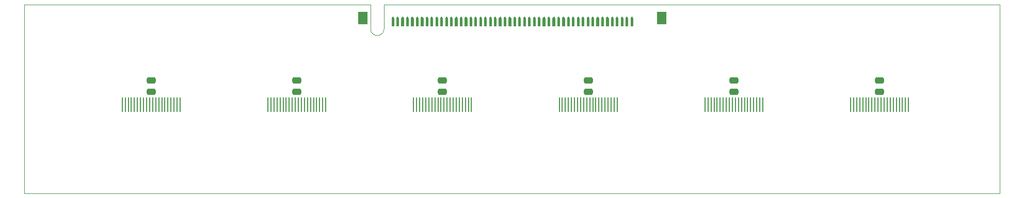
<source format=gbr>
%TF.GenerationSoftware,KiCad,Pcbnew,(7.0.0)*%
%TF.CreationDate,2023-07-13T12:17:45+02:00*%
%TF.ProjectId,RD53B_Quad_6DP_to_ERF8_Data_Adapter,52443533-425f-4517-9561-645f3644505f,V1*%
%TF.SameCoordinates,PX1767f18PY451e560*%
%TF.FileFunction,Paste,Top*%
%TF.FilePolarity,Positive*%
%FSLAX46Y46*%
G04 Gerber Fmt 4.6, Leading zero omitted, Abs format (unit mm)*
G04 Created by KiCad (PCBNEW (7.0.0)) date 2023-07-13 12:17:45*
%MOMM*%
%LPD*%
G01*
G04 APERTURE LIST*
G04 Aperture macros list*
%AMRoundRect*
0 Rectangle with rounded corners*
0 $1 Rounding radius*
0 $2 $3 $4 $5 $6 $7 $8 $9 X,Y pos of 4 corners*
0 Add a 4 corners polygon primitive as box body*
4,1,4,$2,$3,$4,$5,$6,$7,$8,$9,$2,$3,0*
0 Add four circle primitives for the rounded corners*
1,1,$1+$1,$2,$3*
1,1,$1+$1,$4,$5*
1,1,$1+$1,$6,$7*
1,1,$1+$1,$8,$9*
0 Add four rect primitives between the rounded corners*
20,1,$1+$1,$2,$3,$4,$5,0*
20,1,$1+$1,$4,$5,$6,$7,0*
20,1,$1+$1,$6,$7,$8,$9,0*
20,1,$1+$1,$8,$9,$2,$3,0*%
G04 Aperture macros list end*
%ADD10C,0.010000*%
%ADD11RoundRect,0.250000X0.475000X-0.250000X0.475000X0.250000X-0.475000X0.250000X-0.475000X-0.250000X0*%
%ADD12R,0.280000X2.400000*%
%ADD13R,1.500000X2.000000*%
%TA.AperFunction,Profile*%
%ADD14C,0.010000*%
%TD*%
G04 APERTURE END LIST*
%TO.C,J7*%
G36*
X60578000Y28775000D02*
G01*
X60578000Y27505000D01*
X60218000Y27505000D01*
X60218000Y28775000D01*
X60398000Y29035000D01*
X60578000Y28775000D01*
G37*
D10*
X60578000Y28775000D02*
X60578000Y27505000D01*
X60218000Y27505000D01*
X60218000Y28775000D01*
X60398000Y29035000D01*
X60578000Y28775000D01*
G36*
X61378000Y28775000D02*
G01*
X61378000Y27505000D01*
X61018000Y27505000D01*
X61018000Y28775000D01*
X61198000Y29035000D01*
X61378000Y28775000D01*
G37*
X61378000Y28775000D02*
X61378000Y27505000D01*
X61018000Y27505000D01*
X61018000Y28775000D01*
X61198000Y29035000D01*
X61378000Y28775000D01*
G36*
X62178000Y28775000D02*
G01*
X62178000Y27505000D01*
X61818000Y27505000D01*
X61818000Y28775000D01*
X61998000Y29035000D01*
X62178000Y28775000D01*
G37*
X62178000Y28775000D02*
X62178000Y27505000D01*
X61818000Y27505000D01*
X61818000Y28775000D01*
X61998000Y29035000D01*
X62178000Y28775000D01*
G36*
X62978000Y28775000D02*
G01*
X62978000Y27505000D01*
X62618000Y27505000D01*
X62618000Y28775000D01*
X62798000Y29035000D01*
X62978000Y28775000D01*
G37*
X62978000Y28775000D02*
X62978000Y27505000D01*
X62618000Y27505000D01*
X62618000Y28775000D01*
X62798000Y29035000D01*
X62978000Y28775000D01*
G36*
X63778000Y28775000D02*
G01*
X63778000Y27505000D01*
X63418000Y27505000D01*
X63418000Y28775000D01*
X63598000Y29035000D01*
X63778000Y28775000D01*
G37*
X63778000Y28775000D02*
X63778000Y27505000D01*
X63418000Y27505000D01*
X63418000Y28775000D01*
X63598000Y29035000D01*
X63778000Y28775000D01*
G36*
X64578000Y28775000D02*
G01*
X64578000Y27505000D01*
X64218000Y27505000D01*
X64218000Y28775000D01*
X64398000Y29035000D01*
X64578000Y28775000D01*
G37*
X64578000Y28775000D02*
X64578000Y27505000D01*
X64218000Y27505000D01*
X64218000Y28775000D01*
X64398000Y29035000D01*
X64578000Y28775000D01*
G36*
X65378000Y28775000D02*
G01*
X65378000Y27505000D01*
X65018000Y27505000D01*
X65018000Y28775000D01*
X65198000Y29035000D01*
X65378000Y28775000D01*
G37*
X65378000Y28775000D02*
X65378000Y27505000D01*
X65018000Y27505000D01*
X65018000Y28775000D01*
X65198000Y29035000D01*
X65378000Y28775000D01*
G36*
X66178000Y28775000D02*
G01*
X66178000Y27505000D01*
X65818000Y27505000D01*
X65818000Y28775000D01*
X65998000Y29035000D01*
X66178000Y28775000D01*
G37*
X66178000Y28775000D02*
X66178000Y27505000D01*
X65818000Y27505000D01*
X65818000Y28775000D01*
X65998000Y29035000D01*
X66178000Y28775000D01*
G36*
X66978000Y28775000D02*
G01*
X66978000Y27505000D01*
X66618000Y27505000D01*
X66618000Y28775000D01*
X66798000Y29035000D01*
X66978000Y28775000D01*
G37*
X66978000Y28775000D02*
X66978000Y27505000D01*
X66618000Y27505000D01*
X66618000Y28775000D01*
X66798000Y29035000D01*
X66978000Y28775000D01*
G36*
X67778000Y28775000D02*
G01*
X67778000Y27505000D01*
X67418000Y27505000D01*
X67418000Y28775000D01*
X67598000Y29035000D01*
X67778000Y28775000D01*
G37*
X67778000Y28775000D02*
X67778000Y27505000D01*
X67418000Y27505000D01*
X67418000Y28775000D01*
X67598000Y29035000D01*
X67778000Y28775000D01*
G36*
X68578000Y28775000D02*
G01*
X68578000Y27505000D01*
X68218000Y27505000D01*
X68218000Y28775000D01*
X68398000Y29035000D01*
X68578000Y28775000D01*
G37*
X68578000Y28775000D02*
X68578000Y27505000D01*
X68218000Y27505000D01*
X68218000Y28775000D01*
X68398000Y29035000D01*
X68578000Y28775000D01*
G36*
X69378000Y28775000D02*
G01*
X69378000Y27505000D01*
X69018000Y27505000D01*
X69018000Y28775000D01*
X69198000Y29035000D01*
X69378000Y28775000D01*
G37*
X69378000Y28775000D02*
X69378000Y27505000D01*
X69018000Y27505000D01*
X69018000Y28775000D01*
X69198000Y29035000D01*
X69378000Y28775000D01*
G36*
X70178000Y28775000D02*
G01*
X70178000Y27505000D01*
X69818000Y27505000D01*
X69818000Y28775000D01*
X69998000Y29035000D01*
X70178000Y28775000D01*
G37*
X70178000Y28775000D02*
X70178000Y27505000D01*
X69818000Y27505000D01*
X69818000Y28775000D01*
X69998000Y29035000D01*
X70178000Y28775000D01*
G36*
X70978000Y28775000D02*
G01*
X70978000Y27505000D01*
X70618000Y27505000D01*
X70618000Y28775000D01*
X70798000Y29035000D01*
X70978000Y28775000D01*
G37*
X70978000Y28775000D02*
X70978000Y27505000D01*
X70618000Y27505000D01*
X70618000Y28775000D01*
X70798000Y29035000D01*
X70978000Y28775000D01*
G36*
X71778000Y28775000D02*
G01*
X71778000Y27505000D01*
X71418000Y27505000D01*
X71418000Y28775000D01*
X71598000Y29035000D01*
X71778000Y28775000D01*
G37*
X71778000Y28775000D02*
X71778000Y27505000D01*
X71418000Y27505000D01*
X71418000Y28775000D01*
X71598000Y29035000D01*
X71778000Y28775000D01*
G36*
X72578000Y28775000D02*
G01*
X72578000Y27505000D01*
X72218000Y27505000D01*
X72218000Y28775000D01*
X72398000Y29035000D01*
X72578000Y28775000D01*
G37*
X72578000Y28775000D02*
X72578000Y27505000D01*
X72218000Y27505000D01*
X72218000Y28775000D01*
X72398000Y29035000D01*
X72578000Y28775000D01*
G36*
X73378000Y28775000D02*
G01*
X73378000Y27505000D01*
X73018000Y27505000D01*
X73018000Y28775000D01*
X73198000Y29035000D01*
X73378000Y28775000D01*
G37*
X73378000Y28775000D02*
X73378000Y27505000D01*
X73018000Y27505000D01*
X73018000Y28775000D01*
X73198000Y29035000D01*
X73378000Y28775000D01*
G36*
X74178000Y28775000D02*
G01*
X74178000Y27505000D01*
X73818000Y27505000D01*
X73818000Y28775000D01*
X73998000Y29035000D01*
X74178000Y28775000D01*
G37*
X74178000Y28775000D02*
X74178000Y27505000D01*
X73818000Y27505000D01*
X73818000Y28775000D01*
X73998000Y29035000D01*
X74178000Y28775000D01*
G36*
X74978000Y28775000D02*
G01*
X74978000Y27505000D01*
X74618000Y27505000D01*
X74618000Y28775000D01*
X74798000Y29035000D01*
X74978000Y28775000D01*
G37*
X74978000Y28775000D02*
X74978000Y27505000D01*
X74618000Y27505000D01*
X74618000Y28775000D01*
X74798000Y29035000D01*
X74978000Y28775000D01*
G36*
X75778000Y28775000D02*
G01*
X75778000Y27505000D01*
X75418000Y27505000D01*
X75418000Y28775000D01*
X75598000Y29035000D01*
X75778000Y28775000D01*
G37*
X75778000Y28775000D02*
X75778000Y27505000D01*
X75418000Y27505000D01*
X75418000Y28775000D01*
X75598000Y29035000D01*
X75778000Y28775000D01*
G36*
X76578000Y28775000D02*
G01*
X76578000Y27505000D01*
X76218000Y27505000D01*
X76218000Y28775000D01*
X76398000Y29035000D01*
X76578000Y28775000D01*
G37*
X76578000Y28775000D02*
X76578000Y27505000D01*
X76218000Y27505000D01*
X76218000Y28775000D01*
X76398000Y29035000D01*
X76578000Y28775000D01*
G36*
X77378000Y28775000D02*
G01*
X77378000Y27505000D01*
X77018000Y27505000D01*
X77018000Y28775000D01*
X77198000Y29035000D01*
X77378000Y28775000D01*
G37*
X77378000Y28775000D02*
X77378000Y27505000D01*
X77018000Y27505000D01*
X77018000Y28775000D01*
X77198000Y29035000D01*
X77378000Y28775000D01*
G36*
X78178000Y28775000D02*
G01*
X78178000Y27505000D01*
X77818000Y27505000D01*
X77818000Y28775000D01*
X77998000Y29035000D01*
X78178000Y28775000D01*
G37*
X78178000Y28775000D02*
X78178000Y27505000D01*
X77818000Y27505000D01*
X77818000Y28775000D01*
X77998000Y29035000D01*
X78178000Y28775000D01*
G36*
X78978000Y28775000D02*
G01*
X78978000Y27505000D01*
X78618000Y27505000D01*
X78618000Y28775000D01*
X78798000Y29035000D01*
X78978000Y28775000D01*
G37*
X78978000Y28775000D02*
X78978000Y27505000D01*
X78618000Y27505000D01*
X78618000Y28775000D01*
X78798000Y29035000D01*
X78978000Y28775000D01*
G36*
X79778000Y28775000D02*
G01*
X79778000Y27505000D01*
X79418000Y27505000D01*
X79418000Y28775000D01*
X79598000Y29035000D01*
X79778000Y28775000D01*
G37*
X79778000Y28775000D02*
X79778000Y27505000D01*
X79418000Y27505000D01*
X79418000Y28775000D01*
X79598000Y29035000D01*
X79778000Y28775000D01*
G36*
X80578000Y28775000D02*
G01*
X80578000Y27505000D01*
X80218000Y27505000D01*
X80218000Y28775000D01*
X80398000Y29035000D01*
X80578000Y28775000D01*
G37*
X80578000Y28775000D02*
X80578000Y27505000D01*
X80218000Y27505000D01*
X80218000Y28775000D01*
X80398000Y29035000D01*
X80578000Y28775000D01*
G36*
X81378000Y28775000D02*
G01*
X81378000Y27505000D01*
X81018000Y27505000D01*
X81018000Y28775000D01*
X81198000Y29035000D01*
X81378000Y28775000D01*
G37*
X81378000Y28775000D02*
X81378000Y27505000D01*
X81018000Y27505000D01*
X81018000Y28775000D01*
X81198000Y29035000D01*
X81378000Y28775000D01*
G36*
X82178000Y28775000D02*
G01*
X82178000Y27505000D01*
X81818000Y27505000D01*
X81818000Y28775000D01*
X81998000Y29035000D01*
X82178000Y28775000D01*
G37*
X82178000Y28775000D02*
X82178000Y27505000D01*
X81818000Y27505000D01*
X81818000Y28775000D01*
X81998000Y29035000D01*
X82178000Y28775000D01*
G36*
X82978000Y28775000D02*
G01*
X82978000Y27505000D01*
X82618000Y27505000D01*
X82618000Y28775000D01*
X82798000Y29035000D01*
X82978000Y28775000D01*
G37*
X82978000Y28775000D02*
X82978000Y27505000D01*
X82618000Y27505000D01*
X82618000Y28775000D01*
X82798000Y29035000D01*
X82978000Y28775000D01*
G36*
X83778000Y28775000D02*
G01*
X83778000Y27505000D01*
X83418000Y27505000D01*
X83418000Y28775000D01*
X83598000Y29035000D01*
X83778000Y28775000D01*
G37*
X83778000Y28775000D02*
X83778000Y27505000D01*
X83418000Y27505000D01*
X83418000Y28775000D01*
X83598000Y29035000D01*
X83778000Y28775000D01*
G36*
X84578000Y28775000D02*
G01*
X84578000Y27505000D01*
X84218000Y27505000D01*
X84218000Y28775000D01*
X84398000Y29035000D01*
X84578000Y28775000D01*
G37*
X84578000Y28775000D02*
X84578000Y27505000D01*
X84218000Y27505000D01*
X84218000Y28775000D01*
X84398000Y29035000D01*
X84578000Y28775000D01*
G36*
X85378000Y28775000D02*
G01*
X85378000Y27505000D01*
X85018000Y27505000D01*
X85018000Y28775000D01*
X85198000Y29035000D01*
X85378000Y28775000D01*
G37*
X85378000Y28775000D02*
X85378000Y27505000D01*
X85018000Y27505000D01*
X85018000Y28775000D01*
X85198000Y29035000D01*
X85378000Y28775000D01*
G36*
X86178000Y28775000D02*
G01*
X86178000Y27505000D01*
X85818000Y27505000D01*
X85818000Y28775000D01*
X85998000Y29035000D01*
X86178000Y28775000D01*
G37*
X86178000Y28775000D02*
X86178000Y27505000D01*
X85818000Y27505000D01*
X85818000Y28775000D01*
X85998000Y29035000D01*
X86178000Y28775000D01*
G36*
X86978000Y28775000D02*
G01*
X86978000Y27505000D01*
X86618000Y27505000D01*
X86618000Y28775000D01*
X86798000Y29035000D01*
X86978000Y28775000D01*
G37*
X86978000Y28775000D02*
X86978000Y27505000D01*
X86618000Y27505000D01*
X86618000Y28775000D01*
X86798000Y29035000D01*
X86978000Y28775000D01*
G36*
X87778000Y28775000D02*
G01*
X87778000Y27505000D01*
X87418000Y27505000D01*
X87418000Y28775000D01*
X87598000Y29035000D01*
X87778000Y28775000D01*
G37*
X87778000Y28775000D02*
X87778000Y27505000D01*
X87418000Y27505000D01*
X87418000Y28775000D01*
X87598000Y29035000D01*
X87778000Y28775000D01*
G36*
X88578000Y28775000D02*
G01*
X88578000Y27505000D01*
X88218000Y27505000D01*
X88218000Y28775000D01*
X88398000Y29035000D01*
X88578000Y28775000D01*
G37*
X88578000Y28775000D02*
X88578000Y27505000D01*
X88218000Y27505000D01*
X88218000Y28775000D01*
X88398000Y29035000D01*
X88578000Y28775000D01*
G36*
X89378000Y28775000D02*
G01*
X89378000Y27505000D01*
X89018000Y27505000D01*
X89018000Y28775000D01*
X89198000Y29035000D01*
X89378000Y28775000D01*
G37*
X89378000Y28775000D02*
X89378000Y27505000D01*
X89018000Y27505000D01*
X89018000Y28775000D01*
X89198000Y29035000D01*
X89378000Y28775000D01*
G36*
X90178000Y28775000D02*
G01*
X90178000Y27505000D01*
X89818000Y27505000D01*
X89818000Y28775000D01*
X89998000Y29035000D01*
X90178000Y28775000D01*
G37*
X90178000Y28775000D02*
X90178000Y27505000D01*
X89818000Y27505000D01*
X89818000Y28775000D01*
X89998000Y29035000D01*
X90178000Y28775000D01*
G36*
X90978000Y28775000D02*
G01*
X90978000Y27505000D01*
X90618000Y27505000D01*
X90618000Y28775000D01*
X90798000Y29035000D01*
X90978000Y28775000D01*
G37*
X90978000Y28775000D02*
X90978000Y27505000D01*
X90618000Y27505000D01*
X90618000Y28775000D01*
X90798000Y29035000D01*
X90978000Y28775000D01*
G36*
X91778000Y28775000D02*
G01*
X91778000Y27505000D01*
X91418000Y27505000D01*
X91418000Y28775000D01*
X91598000Y29035000D01*
X91778000Y28775000D01*
G37*
X91778000Y28775000D02*
X91778000Y27505000D01*
X91418000Y27505000D01*
X91418000Y28775000D01*
X91598000Y29035000D01*
X91778000Y28775000D01*
G36*
X92578000Y28775000D02*
G01*
X92578000Y27505000D01*
X92218000Y27505000D01*
X92218000Y28775000D01*
X92398000Y29035000D01*
X92578000Y28775000D01*
G37*
X92578000Y28775000D02*
X92578000Y27505000D01*
X92218000Y27505000D01*
X92218000Y28775000D01*
X92398000Y29035000D01*
X92578000Y28775000D01*
G36*
X93378000Y28775000D02*
G01*
X93378000Y27505000D01*
X93018000Y27505000D01*
X93018000Y28775000D01*
X93198000Y29035000D01*
X93378000Y28775000D01*
G37*
X93378000Y28775000D02*
X93378000Y27505000D01*
X93018000Y27505000D01*
X93018000Y28775000D01*
X93198000Y29035000D01*
X93378000Y28775000D01*
G36*
X94178000Y28775000D02*
G01*
X94178000Y27505000D01*
X93818000Y27505000D01*
X93818000Y28775000D01*
X93998000Y29035000D01*
X94178000Y28775000D01*
G37*
X94178000Y28775000D02*
X94178000Y27505000D01*
X93818000Y27505000D01*
X93818000Y28775000D01*
X93998000Y29035000D01*
X94178000Y28775000D01*
G36*
X94978000Y28775000D02*
G01*
X94978000Y27505000D01*
X94618000Y27505000D01*
X94618000Y28775000D01*
X94798000Y29035000D01*
X94978000Y28775000D01*
G37*
X94978000Y28775000D02*
X94978000Y27505000D01*
X94618000Y27505000D01*
X94618000Y28775000D01*
X94798000Y29035000D01*
X94978000Y28775000D01*
G36*
X95778000Y28775000D02*
G01*
X95778000Y27505000D01*
X95418000Y27505000D01*
X95418000Y28775000D01*
X95598000Y29035000D01*
X95778000Y28775000D01*
G37*
X95778000Y28775000D02*
X95778000Y27505000D01*
X95418000Y27505000D01*
X95418000Y28775000D01*
X95598000Y29035000D01*
X95778000Y28775000D01*
G36*
X96578000Y28775000D02*
G01*
X96578000Y27505000D01*
X96218000Y27505000D01*
X96218000Y28775000D01*
X96398000Y29035000D01*
X96578000Y28775000D01*
G37*
X96578000Y28775000D02*
X96578000Y27505000D01*
X96218000Y27505000D01*
X96218000Y28775000D01*
X96398000Y29035000D01*
X96578000Y28775000D01*
G36*
X97378000Y28775000D02*
G01*
X97378000Y27505000D01*
X97018000Y27505000D01*
X97018000Y28775000D01*
X97198000Y29035000D01*
X97378000Y28775000D01*
G37*
X97378000Y28775000D02*
X97378000Y27505000D01*
X97018000Y27505000D01*
X97018000Y28775000D01*
X97198000Y29035000D01*
X97378000Y28775000D01*
G36*
X98178000Y28775000D02*
G01*
X98178000Y27505000D01*
X97818000Y27505000D01*
X97818000Y28775000D01*
X97998000Y29035000D01*
X98178000Y28775000D01*
G37*
X98178000Y28775000D02*
X98178000Y27505000D01*
X97818000Y27505000D01*
X97818000Y28775000D01*
X97998000Y29035000D01*
X98178000Y28775000D01*
G36*
X98978000Y28775000D02*
G01*
X98978000Y27505000D01*
X98618000Y27505000D01*
X98618000Y28775000D01*
X98798000Y29035000D01*
X98978000Y28775000D01*
G37*
X98978000Y28775000D02*
X98978000Y27505000D01*
X98618000Y27505000D01*
X98618000Y28775000D01*
X98798000Y29035000D01*
X98978000Y28775000D01*
G36*
X99778000Y28775000D02*
G01*
X99778000Y27505000D01*
X99418000Y27505000D01*
X99418000Y28775000D01*
X99598000Y29035000D01*
X99778000Y28775000D01*
G37*
X99778000Y28775000D02*
X99778000Y27505000D01*
X99418000Y27505000D01*
X99418000Y28775000D01*
X99598000Y29035000D01*
X99778000Y28775000D01*
%TD*%
D11*
%TO.C,C2*%
X44688000Y16645000D03*
X44688000Y18545000D03*
%TD*%
D12*
%TO.C,J4*%
X97231999Y14564999D03*
X96731999Y14564999D03*
X96231999Y14564999D03*
X95731999Y14564999D03*
X95231999Y14564999D03*
X94731999Y14564999D03*
X94231999Y14564999D03*
X93731999Y14564999D03*
X93231999Y14564999D03*
X92731999Y14564999D03*
X92231999Y14564999D03*
X91731999Y14564999D03*
X91231999Y14564999D03*
X90731999Y14564999D03*
X90231999Y14564999D03*
X89731999Y14564999D03*
X89231999Y14564999D03*
X88731999Y14564999D03*
X88231999Y14564999D03*
X87731999Y14564999D03*
%TD*%
%TO.C,J2*%
X49433999Y14565999D03*
X48933999Y14565999D03*
X48433999Y14565999D03*
X47933999Y14565999D03*
X47433999Y14565999D03*
X46933999Y14565999D03*
X46433999Y14565999D03*
X45933999Y14565999D03*
X45433999Y14565999D03*
X44933999Y14565999D03*
X44433999Y14565999D03*
X43933999Y14565999D03*
X43433999Y14565999D03*
X42933999Y14565999D03*
X42433999Y14565999D03*
X41933999Y14565999D03*
X41433999Y14565999D03*
X40933999Y14565999D03*
X40433999Y14565999D03*
X39933999Y14565999D03*
%TD*%
D11*
%TO.C,C1*%
X20768000Y16645000D03*
X20768000Y18545000D03*
%TD*%
%TO.C,C6*%
X140278000Y16645000D03*
X140278000Y18545000D03*
%TD*%
D13*
%TO.C,J7*%
X55497999Y28804999D03*
X104497999Y28804999D03*
%TD*%
D11*
%TO.C,C3*%
X68588000Y16645000D03*
X68588000Y18545000D03*
%TD*%
D12*
%TO.C,J6*%
X145027999Y14564999D03*
X144527999Y14564999D03*
X144027999Y14564999D03*
X143527999Y14564999D03*
X143027999Y14564999D03*
X142527999Y14564999D03*
X142027999Y14564999D03*
X141527999Y14564999D03*
X141027999Y14564999D03*
X140527999Y14564999D03*
X140027999Y14564999D03*
X139527999Y14564999D03*
X139027999Y14564999D03*
X138527999Y14564999D03*
X138027999Y14564999D03*
X137527999Y14564999D03*
X137027999Y14564999D03*
X136527999Y14564999D03*
X136027999Y14564999D03*
X135527999Y14564999D03*
%TD*%
D11*
%TO.C,C5*%
X116378000Y16645000D03*
X116378000Y18545000D03*
%TD*%
D12*
%TO.C,J5*%
X121129999Y14564999D03*
X120629999Y14564999D03*
X120129999Y14564999D03*
X119629999Y14564999D03*
X119129999Y14564999D03*
X118629999Y14564999D03*
X118129999Y14564999D03*
X117629999Y14564999D03*
X117129999Y14564999D03*
X116629999Y14564999D03*
X116129999Y14564999D03*
X115629999Y14564999D03*
X115129999Y14564999D03*
X114629999Y14564999D03*
X114129999Y14564999D03*
X113629999Y14564999D03*
X113129999Y14564999D03*
X112629999Y14564999D03*
X112129999Y14564999D03*
X111629999Y14564999D03*
%TD*%
%TO.C,J3*%
X73333999Y14564999D03*
X72833999Y14564999D03*
X72333999Y14564999D03*
X71833999Y14564999D03*
X71333999Y14564999D03*
X70833999Y14564999D03*
X70333999Y14564999D03*
X69833999Y14564999D03*
X69333999Y14564999D03*
X68833999Y14564999D03*
X68333999Y14564999D03*
X67833999Y14564999D03*
X67333999Y14564999D03*
X66833999Y14564999D03*
X66333999Y14564999D03*
X65833999Y14564999D03*
X65333999Y14564999D03*
X64833999Y14564999D03*
X64333999Y14564999D03*
X63833999Y14564999D03*
%TD*%
%TO.C,J1*%
X25537999Y14564999D03*
X25037999Y14564999D03*
X24537999Y14564999D03*
X24037999Y14564999D03*
X23537999Y14564999D03*
X23037999Y14564999D03*
X22537999Y14564999D03*
X22037999Y14564999D03*
X21537999Y14564999D03*
X21037999Y14564999D03*
X20537999Y14564999D03*
X20037999Y14564999D03*
X19537999Y14564999D03*
X19037999Y14564999D03*
X18537999Y14564999D03*
X18037999Y14564999D03*
X17537999Y14564999D03*
X17037999Y14564999D03*
X16537999Y14564999D03*
X16037999Y14564999D03*
%TD*%
D11*
%TO.C,C4*%
X92478000Y16645000D03*
X92478000Y18545000D03*
%TD*%
D14*
X-2000Y31005000D02*
X-2000Y5000D01*
X159998000Y31005000D02*
X159998000Y5000D01*
X105998000Y31005000D02*
X159998000Y31005000D01*
X53998000Y31005000D02*
X-2000Y31005000D01*
X-2000Y5000D02*
X159998000Y5000D01*
%TO.C,J7*%
X56778000Y31005000D02*
X53998000Y31005000D01*
X56778000Y27005000D02*
X56778000Y31005000D01*
X58998000Y31005000D02*
X58998000Y27005000D01*
X105998000Y31005000D02*
X58998000Y31005000D01*
X56778000Y27005000D02*
G75*
G03*
X57888000Y25895000I1109998J-2D01*
G01*
X57888000Y25895000D02*
G75*
G03*
X58998000Y27005000I2J1109998D01*
G01*
%TD*%
M02*

</source>
